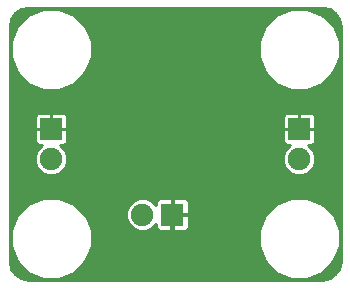
<source format=gbl>
G04 #@! TF.GenerationSoftware,KiCad,Pcbnew,no-vcs-found-1fda668~58~ubuntu14.04.1*
G04 #@! TF.CreationDate,2017-07-06T03:39:53+01:00*
G04 #@! TF.ProjectId,m3pyro_prototype,6D337079726F5F70726F746F74797065,rev?*
G04 #@! TF.FileFunction,Copper,L2,Bot,Signal*
G04 #@! TF.FilePolarity,Positive*
%FSLAX46Y46*%
G04 Gerber Fmt 4.6, Leading zero omitted, Abs format (unit mm)*
G04 Created by KiCad (PCBNEW no-vcs-found-1fda668~58~ubuntu14.04.1) date Thu Jul  6 03:39:53 2017*
%MOMM*%
%LPD*%
G01*
G04 APERTURE LIST*
%ADD10C,0.100000*%
%ADD11C,0.700000*%
%ADD12R,1.900000X1.900000*%
%ADD13C,1.900000*%
%ADD14C,0.800000*%
%ADD15C,0.300000*%
%ADD16C,0.250000*%
G04 APERTURE END LIST*
D10*
D11*
X126500000Y-90500000D03*
X126500000Y-89500000D03*
X125500000Y-90500000D03*
X125500000Y-89500000D03*
D12*
X138000000Y-88730000D03*
D13*
X138000000Y-91270000D03*
X124730000Y-96000000D03*
D12*
X127270000Y-96000000D03*
X117000000Y-88730000D03*
D13*
X117000000Y-91270000D03*
D14*
X119000000Y-93000000D03*
X123000000Y-93000000D03*
X122000000Y-96000000D03*
X123600000Y-86400000D03*
X136000000Y-93000000D03*
X134000000Y-94000000D03*
X131000000Y-96000000D03*
X137000000Y-86000000D03*
X134000000Y-86000000D03*
X133000000Y-84000000D03*
X130000000Y-84000000D03*
X127000000Y-84000000D03*
X124000000Y-84000000D03*
X121000000Y-85000000D03*
X118000000Y-86000000D03*
X127000000Y-92500000D03*
X125500000Y-87300000D03*
X120200000Y-88000000D03*
D15*
X123000000Y-93000000D02*
X119000000Y-93000000D01*
X123000000Y-98000000D02*
X122000000Y-97000000D01*
X122000000Y-97000000D02*
X122000000Y-96000000D01*
X127000000Y-98000000D02*
X123000000Y-98000000D01*
X127270000Y-97730000D02*
X127000000Y-98000000D01*
X127270000Y-96000000D02*
X127270000Y-97730000D01*
X131000000Y-96000000D02*
X132000000Y-96000000D01*
X132000000Y-96000000D02*
X134000000Y-94000000D01*
X134000000Y-86000000D02*
X137000000Y-86000000D01*
X130000000Y-84000000D02*
X133000000Y-84000000D01*
X124000000Y-84000000D02*
X127000000Y-84000000D01*
X118000000Y-86000000D02*
X119000000Y-85000000D01*
X119000000Y-85000000D02*
X121000000Y-85000000D01*
D16*
G36*
X140570278Y-78623231D02*
X141053734Y-78946266D01*
X141376769Y-79429723D01*
X141500000Y-80049247D01*
X141500000Y-99950753D01*
X141376769Y-100570277D01*
X141053734Y-101053734D01*
X140570278Y-101376769D01*
X139950753Y-101500000D01*
X115049247Y-101500000D01*
X114429723Y-101376769D01*
X113946266Y-101053734D01*
X113623231Y-100570278D01*
X113500000Y-99950753D01*
X113500000Y-98678286D01*
X113574407Y-98678286D01*
X114094733Y-99937572D01*
X115057360Y-100901881D01*
X116315736Y-101424404D01*
X117678286Y-101425593D01*
X118937572Y-100905267D01*
X119901881Y-99942640D01*
X120424404Y-98684264D01*
X120424409Y-98678286D01*
X134574407Y-98678286D01*
X135094733Y-99937572D01*
X136057360Y-100901881D01*
X137315736Y-101424404D01*
X138678286Y-101425593D01*
X139937572Y-100905267D01*
X140901881Y-99942640D01*
X141424404Y-98684264D01*
X141425593Y-97321714D01*
X140905267Y-96062428D01*
X139942640Y-95098119D01*
X138684264Y-94575596D01*
X137321714Y-94574407D01*
X136062428Y-95094733D01*
X135098119Y-96057360D01*
X134575596Y-97315736D01*
X134574407Y-98678286D01*
X120424409Y-98678286D01*
X120425593Y-97321714D01*
X119991987Y-96272305D01*
X123354762Y-96272305D01*
X123563652Y-96777857D01*
X123950108Y-97164989D01*
X124455296Y-97374761D01*
X125002305Y-97375238D01*
X125507857Y-97166348D01*
X125894989Y-96779892D01*
X125895000Y-96779866D01*
X125895000Y-97034538D01*
X125959702Y-97190743D01*
X126079257Y-97310298D01*
X126235462Y-97375000D01*
X127138750Y-97375000D01*
X127245000Y-97268750D01*
X127245000Y-96025000D01*
X127295000Y-96025000D01*
X127295000Y-97268750D01*
X127401250Y-97375000D01*
X128304538Y-97375000D01*
X128460743Y-97310298D01*
X128580298Y-97190743D01*
X128645000Y-97034538D01*
X128645000Y-96131250D01*
X128538750Y-96025000D01*
X127295000Y-96025000D01*
X127245000Y-96025000D01*
X127225000Y-96025000D01*
X127225000Y-95975000D01*
X127245000Y-95975000D01*
X127245000Y-94731250D01*
X127295000Y-94731250D01*
X127295000Y-95975000D01*
X128538750Y-95975000D01*
X128645000Y-95868750D01*
X128645000Y-94965462D01*
X128580298Y-94809257D01*
X128460743Y-94689702D01*
X128304538Y-94625000D01*
X127401250Y-94625000D01*
X127295000Y-94731250D01*
X127245000Y-94731250D01*
X127138750Y-94625000D01*
X126235462Y-94625000D01*
X126079257Y-94689702D01*
X125959702Y-94809257D01*
X125895000Y-94965462D01*
X125895000Y-95220793D01*
X125509892Y-94835011D01*
X125004704Y-94625239D01*
X124457695Y-94624762D01*
X123952143Y-94833652D01*
X123565011Y-95220108D01*
X123355239Y-95725296D01*
X123354762Y-96272305D01*
X119991987Y-96272305D01*
X119905267Y-96062428D01*
X118942640Y-95098119D01*
X117684264Y-94575596D01*
X116321714Y-94574407D01*
X115062428Y-95094733D01*
X114098119Y-96057360D01*
X113575596Y-97315736D01*
X113574407Y-98678286D01*
X113500000Y-98678286D01*
X113500000Y-91542305D01*
X115624762Y-91542305D01*
X115833652Y-92047857D01*
X116220108Y-92434989D01*
X116725296Y-92644761D01*
X117272305Y-92645238D01*
X117777857Y-92436348D01*
X118164989Y-92049892D01*
X118374761Y-91544704D01*
X118374763Y-91542305D01*
X136624762Y-91542305D01*
X136833652Y-92047857D01*
X137220108Y-92434989D01*
X137725296Y-92644761D01*
X138272305Y-92645238D01*
X138777857Y-92436348D01*
X139164989Y-92049892D01*
X139374761Y-91544704D01*
X139375238Y-90997695D01*
X139166348Y-90492143D01*
X138779892Y-90105011D01*
X138779866Y-90105000D01*
X139034538Y-90105000D01*
X139190743Y-90040298D01*
X139310298Y-89920743D01*
X139375000Y-89764538D01*
X139375000Y-88861250D01*
X139268750Y-88755000D01*
X138025000Y-88755000D01*
X138025000Y-88775000D01*
X137975000Y-88775000D01*
X137975000Y-88755000D01*
X136731250Y-88755000D01*
X136625000Y-88861250D01*
X136625000Y-89764538D01*
X136689702Y-89920743D01*
X136809257Y-90040298D01*
X136965462Y-90105000D01*
X137220793Y-90105000D01*
X136835011Y-90490108D01*
X136625239Y-90995296D01*
X136624762Y-91542305D01*
X118374763Y-91542305D01*
X118375238Y-90997695D01*
X118166348Y-90492143D01*
X117779892Y-90105011D01*
X117779866Y-90105000D01*
X118034538Y-90105000D01*
X118190743Y-90040298D01*
X118310298Y-89920743D01*
X118375000Y-89764538D01*
X118375000Y-88861250D01*
X118268750Y-88755000D01*
X117025000Y-88755000D01*
X117025000Y-88775000D01*
X116975000Y-88775000D01*
X116975000Y-88755000D01*
X115731250Y-88755000D01*
X115625000Y-88861250D01*
X115625000Y-89764538D01*
X115689702Y-89920743D01*
X115809257Y-90040298D01*
X115965462Y-90105000D01*
X116220793Y-90105000D01*
X115835011Y-90490108D01*
X115625239Y-90995296D01*
X115624762Y-91542305D01*
X113500000Y-91542305D01*
X113500000Y-87695462D01*
X115625000Y-87695462D01*
X115625000Y-88598750D01*
X115731250Y-88705000D01*
X116975000Y-88705000D01*
X116975000Y-87461250D01*
X117025000Y-87461250D01*
X117025000Y-88705000D01*
X118268750Y-88705000D01*
X118375000Y-88598750D01*
X118375000Y-87695462D01*
X136625000Y-87695462D01*
X136625000Y-88598750D01*
X136731250Y-88705000D01*
X137975000Y-88705000D01*
X137975000Y-87461250D01*
X138025000Y-87461250D01*
X138025000Y-88705000D01*
X139268750Y-88705000D01*
X139375000Y-88598750D01*
X139375000Y-87695462D01*
X139310298Y-87539257D01*
X139190743Y-87419702D01*
X139034538Y-87355000D01*
X138131250Y-87355000D01*
X138025000Y-87461250D01*
X137975000Y-87461250D01*
X137868750Y-87355000D01*
X136965462Y-87355000D01*
X136809257Y-87419702D01*
X136689702Y-87539257D01*
X136625000Y-87695462D01*
X118375000Y-87695462D01*
X118310298Y-87539257D01*
X118190743Y-87419702D01*
X118034538Y-87355000D01*
X117131250Y-87355000D01*
X117025000Y-87461250D01*
X116975000Y-87461250D01*
X116868750Y-87355000D01*
X115965462Y-87355000D01*
X115809257Y-87419702D01*
X115689702Y-87539257D01*
X115625000Y-87695462D01*
X113500000Y-87695462D01*
X113500000Y-82678286D01*
X113574407Y-82678286D01*
X114094733Y-83937572D01*
X115057360Y-84901881D01*
X116315736Y-85424404D01*
X117678286Y-85425593D01*
X118937572Y-84905267D01*
X119901881Y-83942640D01*
X120424404Y-82684264D01*
X120424409Y-82678286D01*
X134574407Y-82678286D01*
X135094733Y-83937572D01*
X136057360Y-84901881D01*
X137315736Y-85424404D01*
X138678286Y-85425593D01*
X139937572Y-84905267D01*
X140901881Y-83942640D01*
X141424404Y-82684264D01*
X141425593Y-81321714D01*
X140905267Y-80062428D01*
X139942640Y-79098119D01*
X138684264Y-78575596D01*
X137321714Y-78574407D01*
X136062428Y-79094733D01*
X135098119Y-80057360D01*
X134575596Y-81315736D01*
X134574407Y-82678286D01*
X120424409Y-82678286D01*
X120425593Y-81321714D01*
X119905267Y-80062428D01*
X118942640Y-79098119D01*
X117684264Y-78575596D01*
X116321714Y-78574407D01*
X115062428Y-79094733D01*
X114098119Y-80057360D01*
X113575596Y-81315736D01*
X113574407Y-82678286D01*
X113500000Y-82678286D01*
X113500000Y-80049247D01*
X113623231Y-79429722D01*
X113946266Y-78946266D01*
X114429723Y-78623231D01*
X115049247Y-78500000D01*
X139950753Y-78500000D01*
X140570278Y-78623231D01*
X140570278Y-78623231D01*
G37*
X140570278Y-78623231D02*
X141053734Y-78946266D01*
X141376769Y-79429723D01*
X141500000Y-80049247D01*
X141500000Y-99950753D01*
X141376769Y-100570277D01*
X141053734Y-101053734D01*
X140570278Y-101376769D01*
X139950753Y-101500000D01*
X115049247Y-101500000D01*
X114429723Y-101376769D01*
X113946266Y-101053734D01*
X113623231Y-100570278D01*
X113500000Y-99950753D01*
X113500000Y-98678286D01*
X113574407Y-98678286D01*
X114094733Y-99937572D01*
X115057360Y-100901881D01*
X116315736Y-101424404D01*
X117678286Y-101425593D01*
X118937572Y-100905267D01*
X119901881Y-99942640D01*
X120424404Y-98684264D01*
X120424409Y-98678286D01*
X134574407Y-98678286D01*
X135094733Y-99937572D01*
X136057360Y-100901881D01*
X137315736Y-101424404D01*
X138678286Y-101425593D01*
X139937572Y-100905267D01*
X140901881Y-99942640D01*
X141424404Y-98684264D01*
X141425593Y-97321714D01*
X140905267Y-96062428D01*
X139942640Y-95098119D01*
X138684264Y-94575596D01*
X137321714Y-94574407D01*
X136062428Y-95094733D01*
X135098119Y-96057360D01*
X134575596Y-97315736D01*
X134574407Y-98678286D01*
X120424409Y-98678286D01*
X120425593Y-97321714D01*
X119991987Y-96272305D01*
X123354762Y-96272305D01*
X123563652Y-96777857D01*
X123950108Y-97164989D01*
X124455296Y-97374761D01*
X125002305Y-97375238D01*
X125507857Y-97166348D01*
X125894989Y-96779892D01*
X125895000Y-96779866D01*
X125895000Y-97034538D01*
X125959702Y-97190743D01*
X126079257Y-97310298D01*
X126235462Y-97375000D01*
X127138750Y-97375000D01*
X127245000Y-97268750D01*
X127245000Y-96025000D01*
X127295000Y-96025000D01*
X127295000Y-97268750D01*
X127401250Y-97375000D01*
X128304538Y-97375000D01*
X128460743Y-97310298D01*
X128580298Y-97190743D01*
X128645000Y-97034538D01*
X128645000Y-96131250D01*
X128538750Y-96025000D01*
X127295000Y-96025000D01*
X127245000Y-96025000D01*
X127225000Y-96025000D01*
X127225000Y-95975000D01*
X127245000Y-95975000D01*
X127245000Y-94731250D01*
X127295000Y-94731250D01*
X127295000Y-95975000D01*
X128538750Y-95975000D01*
X128645000Y-95868750D01*
X128645000Y-94965462D01*
X128580298Y-94809257D01*
X128460743Y-94689702D01*
X128304538Y-94625000D01*
X127401250Y-94625000D01*
X127295000Y-94731250D01*
X127245000Y-94731250D01*
X127138750Y-94625000D01*
X126235462Y-94625000D01*
X126079257Y-94689702D01*
X125959702Y-94809257D01*
X125895000Y-94965462D01*
X125895000Y-95220793D01*
X125509892Y-94835011D01*
X125004704Y-94625239D01*
X124457695Y-94624762D01*
X123952143Y-94833652D01*
X123565011Y-95220108D01*
X123355239Y-95725296D01*
X123354762Y-96272305D01*
X119991987Y-96272305D01*
X119905267Y-96062428D01*
X118942640Y-95098119D01*
X117684264Y-94575596D01*
X116321714Y-94574407D01*
X115062428Y-95094733D01*
X114098119Y-96057360D01*
X113575596Y-97315736D01*
X113574407Y-98678286D01*
X113500000Y-98678286D01*
X113500000Y-91542305D01*
X115624762Y-91542305D01*
X115833652Y-92047857D01*
X116220108Y-92434989D01*
X116725296Y-92644761D01*
X117272305Y-92645238D01*
X117777857Y-92436348D01*
X118164989Y-92049892D01*
X118374761Y-91544704D01*
X118374763Y-91542305D01*
X136624762Y-91542305D01*
X136833652Y-92047857D01*
X137220108Y-92434989D01*
X137725296Y-92644761D01*
X138272305Y-92645238D01*
X138777857Y-92436348D01*
X139164989Y-92049892D01*
X139374761Y-91544704D01*
X139375238Y-90997695D01*
X139166348Y-90492143D01*
X138779892Y-90105011D01*
X138779866Y-90105000D01*
X139034538Y-90105000D01*
X139190743Y-90040298D01*
X139310298Y-89920743D01*
X139375000Y-89764538D01*
X139375000Y-88861250D01*
X139268750Y-88755000D01*
X138025000Y-88755000D01*
X138025000Y-88775000D01*
X137975000Y-88775000D01*
X137975000Y-88755000D01*
X136731250Y-88755000D01*
X136625000Y-88861250D01*
X136625000Y-89764538D01*
X136689702Y-89920743D01*
X136809257Y-90040298D01*
X136965462Y-90105000D01*
X137220793Y-90105000D01*
X136835011Y-90490108D01*
X136625239Y-90995296D01*
X136624762Y-91542305D01*
X118374763Y-91542305D01*
X118375238Y-90997695D01*
X118166348Y-90492143D01*
X117779892Y-90105011D01*
X117779866Y-90105000D01*
X118034538Y-90105000D01*
X118190743Y-90040298D01*
X118310298Y-89920743D01*
X118375000Y-89764538D01*
X118375000Y-88861250D01*
X118268750Y-88755000D01*
X117025000Y-88755000D01*
X117025000Y-88775000D01*
X116975000Y-88775000D01*
X116975000Y-88755000D01*
X115731250Y-88755000D01*
X115625000Y-88861250D01*
X115625000Y-89764538D01*
X115689702Y-89920743D01*
X115809257Y-90040298D01*
X115965462Y-90105000D01*
X116220793Y-90105000D01*
X115835011Y-90490108D01*
X115625239Y-90995296D01*
X115624762Y-91542305D01*
X113500000Y-91542305D01*
X113500000Y-87695462D01*
X115625000Y-87695462D01*
X115625000Y-88598750D01*
X115731250Y-88705000D01*
X116975000Y-88705000D01*
X116975000Y-87461250D01*
X117025000Y-87461250D01*
X117025000Y-88705000D01*
X118268750Y-88705000D01*
X118375000Y-88598750D01*
X118375000Y-87695462D01*
X136625000Y-87695462D01*
X136625000Y-88598750D01*
X136731250Y-88705000D01*
X137975000Y-88705000D01*
X137975000Y-87461250D01*
X138025000Y-87461250D01*
X138025000Y-88705000D01*
X139268750Y-88705000D01*
X139375000Y-88598750D01*
X139375000Y-87695462D01*
X139310298Y-87539257D01*
X139190743Y-87419702D01*
X139034538Y-87355000D01*
X138131250Y-87355000D01*
X138025000Y-87461250D01*
X137975000Y-87461250D01*
X137868750Y-87355000D01*
X136965462Y-87355000D01*
X136809257Y-87419702D01*
X136689702Y-87539257D01*
X136625000Y-87695462D01*
X118375000Y-87695462D01*
X118310298Y-87539257D01*
X118190743Y-87419702D01*
X118034538Y-87355000D01*
X117131250Y-87355000D01*
X117025000Y-87461250D01*
X116975000Y-87461250D01*
X116868750Y-87355000D01*
X115965462Y-87355000D01*
X115809257Y-87419702D01*
X115689702Y-87539257D01*
X115625000Y-87695462D01*
X113500000Y-87695462D01*
X113500000Y-82678286D01*
X113574407Y-82678286D01*
X114094733Y-83937572D01*
X115057360Y-84901881D01*
X116315736Y-85424404D01*
X117678286Y-85425593D01*
X118937572Y-84905267D01*
X119901881Y-83942640D01*
X120424404Y-82684264D01*
X120424409Y-82678286D01*
X134574407Y-82678286D01*
X135094733Y-83937572D01*
X136057360Y-84901881D01*
X137315736Y-85424404D01*
X138678286Y-85425593D01*
X139937572Y-84905267D01*
X140901881Y-83942640D01*
X141424404Y-82684264D01*
X141425593Y-81321714D01*
X140905267Y-80062428D01*
X139942640Y-79098119D01*
X138684264Y-78575596D01*
X137321714Y-78574407D01*
X136062428Y-79094733D01*
X135098119Y-80057360D01*
X134575596Y-81315736D01*
X134574407Y-82678286D01*
X120424409Y-82678286D01*
X120425593Y-81321714D01*
X119905267Y-80062428D01*
X118942640Y-79098119D01*
X117684264Y-78575596D01*
X116321714Y-78574407D01*
X115062428Y-79094733D01*
X114098119Y-80057360D01*
X113575596Y-81315736D01*
X113574407Y-82678286D01*
X113500000Y-82678286D01*
X113500000Y-80049247D01*
X113623231Y-79429722D01*
X113946266Y-78946266D01*
X114429723Y-78623231D01*
X115049247Y-78500000D01*
X139950753Y-78500000D01*
X140570278Y-78623231D01*
M02*

</source>
